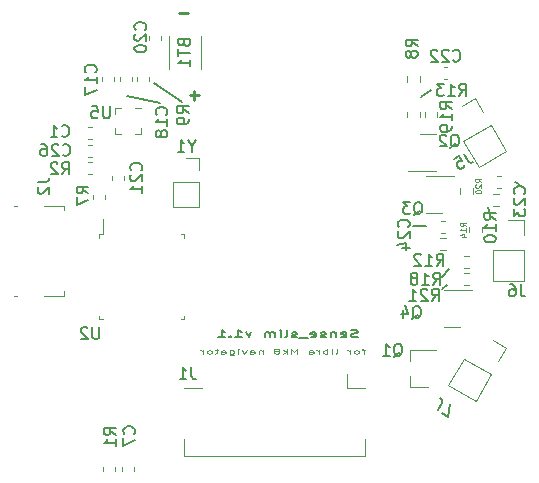
<source format=gbr>
%TF.GenerationSoftware,KiCad,Pcbnew,6.0.7-1.fc35*%
%TF.CreationDate,2022-11-05T20:30:00+01:00*%
%TF.ProjectId,sense_slim,73656e73-655f-4736-9c69-6d2e6b696361,rev?*%
%TF.SameCoordinates,Original*%
%TF.FileFunction,Legend,Bot*%
%TF.FilePolarity,Positive*%
%FSLAX46Y46*%
G04 Gerber Fmt 4.6, Leading zero omitted, Abs format (unit mm)*
G04 Created by KiCad (PCBNEW 6.0.7-1.fc35) date 2022-11-05 20:30:00*
%MOMM*%
%LPD*%
G01*
G04 APERTURE LIST*
%ADD10C,0.150000*%
%ADD11C,0.220000*%
%ADD12C,0.100000*%
%ADD13C,0.080000*%
%ADD14C,0.120000*%
G04 APERTURE END LIST*
D10*
X165000000Y-93100000D02*
X164900000Y-92800000D01*
X167200000Y-90700000D02*
X167500000Y-90800000D01*
X138950000Y-83900000D02*
X136650000Y-82250000D01*
X159200000Y-83500000D02*
X160100000Y-82900000D01*
X137150000Y-84000000D02*
X134300000Y-83400000D01*
X161000000Y-99700000D02*
X161400000Y-99400000D01*
X161000000Y-98700000D02*
X161600000Y-98000000D01*
X158500000Y-94400000D02*
X159600000Y-94400000D01*
D11*
X138769047Y-76328571D02*
X139530952Y-76328571D01*
D12*
X154500476Y-104924285D02*
X154195714Y-104924285D01*
X154386190Y-105190952D02*
X154386190Y-104848095D01*
X154348095Y-104810000D01*
X154271904Y-104790952D01*
X154195714Y-104790952D01*
X153814761Y-105190952D02*
X153890952Y-105171904D01*
X153929047Y-105152857D01*
X153967142Y-105114761D01*
X153967142Y-105000476D01*
X153929047Y-104962380D01*
X153890952Y-104943333D01*
X153814761Y-104924285D01*
X153700476Y-104924285D01*
X153624285Y-104943333D01*
X153586190Y-104962380D01*
X153548095Y-105000476D01*
X153548095Y-105114761D01*
X153586190Y-105152857D01*
X153624285Y-105171904D01*
X153700476Y-105190952D01*
X153814761Y-105190952D01*
X153205238Y-105190952D02*
X153205238Y-104924285D01*
X153205238Y-105000476D02*
X153167142Y-104962380D01*
X153129047Y-104943333D01*
X153052857Y-104924285D01*
X152976666Y-104924285D01*
X151986190Y-105190952D02*
X152062380Y-105171904D01*
X152100476Y-105133809D01*
X152100476Y-104790952D01*
X151681428Y-105190952D02*
X151681428Y-104924285D01*
X151681428Y-104790952D02*
X151719523Y-104810000D01*
X151681428Y-104829047D01*
X151643333Y-104810000D01*
X151681428Y-104790952D01*
X151681428Y-104829047D01*
X151300476Y-105190952D02*
X151300476Y-104790952D01*
X151300476Y-104943333D02*
X151224285Y-104924285D01*
X151071904Y-104924285D01*
X150995714Y-104943333D01*
X150957619Y-104962380D01*
X150919523Y-105000476D01*
X150919523Y-105114761D01*
X150957619Y-105152857D01*
X150995714Y-105171904D01*
X151071904Y-105190952D01*
X151224285Y-105190952D01*
X151300476Y-105171904D01*
X150576666Y-105190952D02*
X150576666Y-104924285D01*
X150576666Y-105000476D02*
X150538571Y-104962380D01*
X150500476Y-104943333D01*
X150424285Y-104924285D01*
X150348095Y-104924285D01*
X149738571Y-105190952D02*
X149738571Y-104981428D01*
X149776666Y-104943333D01*
X149852857Y-104924285D01*
X150005238Y-104924285D01*
X150081428Y-104943333D01*
X149738571Y-105171904D02*
X149814761Y-105190952D01*
X150005238Y-105190952D01*
X150081428Y-105171904D01*
X150119523Y-105133809D01*
X150119523Y-105095714D01*
X150081428Y-105057619D01*
X150005238Y-105038571D01*
X149814761Y-105038571D01*
X149738571Y-105019523D01*
X148748095Y-105190952D02*
X148748095Y-104790952D01*
X148481428Y-105076666D01*
X148214761Y-104790952D01*
X148214761Y-105190952D01*
X147833809Y-105190952D02*
X147833809Y-104790952D01*
X147757619Y-105038571D02*
X147529047Y-105190952D01*
X147529047Y-104924285D02*
X147833809Y-105076666D01*
X147071904Y-104962380D02*
X147148095Y-104943333D01*
X147186190Y-104924285D01*
X147224285Y-104886190D01*
X147224285Y-104867142D01*
X147186190Y-104829047D01*
X147148095Y-104810000D01*
X147071904Y-104790952D01*
X146919523Y-104790952D01*
X146843333Y-104810000D01*
X146805238Y-104829047D01*
X146767142Y-104867142D01*
X146767142Y-104886190D01*
X146805238Y-104924285D01*
X146843333Y-104943333D01*
X146919523Y-104962380D01*
X147071904Y-104962380D01*
X147148095Y-104981428D01*
X147186190Y-105000476D01*
X147224285Y-105038571D01*
X147224285Y-105114761D01*
X147186190Y-105152857D01*
X147148095Y-105171904D01*
X147071904Y-105190952D01*
X146919523Y-105190952D01*
X146843333Y-105171904D01*
X146805238Y-105152857D01*
X146767142Y-105114761D01*
X146767142Y-105038571D01*
X146805238Y-105000476D01*
X146843333Y-104981428D01*
X146919523Y-104962380D01*
X145814761Y-104924285D02*
X145814761Y-105190952D01*
X145814761Y-104962380D02*
X145776666Y-104943333D01*
X145700476Y-104924285D01*
X145586190Y-104924285D01*
X145510000Y-104943333D01*
X145471904Y-104981428D01*
X145471904Y-105190952D01*
X144748095Y-105190952D02*
X144748095Y-104981428D01*
X144786190Y-104943333D01*
X144862380Y-104924285D01*
X145014761Y-104924285D01*
X145090952Y-104943333D01*
X144748095Y-105171904D02*
X144824285Y-105190952D01*
X145014761Y-105190952D01*
X145090952Y-105171904D01*
X145129047Y-105133809D01*
X145129047Y-105095714D01*
X145090952Y-105057619D01*
X145014761Y-105038571D01*
X144824285Y-105038571D01*
X144748095Y-105019523D01*
X144443333Y-104924285D02*
X144252857Y-105190952D01*
X144062380Y-104924285D01*
X143757619Y-105190952D02*
X143757619Y-104924285D01*
X143757619Y-104790952D02*
X143795714Y-104810000D01*
X143757619Y-104829047D01*
X143719523Y-104810000D01*
X143757619Y-104790952D01*
X143757619Y-104829047D01*
X143033809Y-104924285D02*
X143033809Y-105248095D01*
X143071904Y-105286190D01*
X143110000Y-105305238D01*
X143186190Y-105324285D01*
X143300476Y-105324285D01*
X143376666Y-105305238D01*
X143033809Y-105171904D02*
X143110000Y-105190952D01*
X143262380Y-105190952D01*
X143338571Y-105171904D01*
X143376666Y-105152857D01*
X143414761Y-105114761D01*
X143414761Y-105000476D01*
X143376666Y-104962380D01*
X143338571Y-104943333D01*
X143262380Y-104924285D01*
X143110000Y-104924285D01*
X143033809Y-104943333D01*
X142310000Y-105190952D02*
X142310000Y-104981428D01*
X142348095Y-104943333D01*
X142424285Y-104924285D01*
X142576666Y-104924285D01*
X142652857Y-104943333D01*
X142310000Y-105171904D02*
X142386190Y-105190952D01*
X142576666Y-105190952D01*
X142652857Y-105171904D01*
X142690952Y-105133809D01*
X142690952Y-105095714D01*
X142652857Y-105057619D01*
X142576666Y-105038571D01*
X142386190Y-105038571D01*
X142310000Y-105019523D01*
X142043333Y-104924285D02*
X141738571Y-104924285D01*
X141929047Y-104790952D02*
X141929047Y-105133809D01*
X141890952Y-105171904D01*
X141814761Y-105190952D01*
X141738571Y-105190952D01*
X141357619Y-105190952D02*
X141433809Y-105171904D01*
X141471904Y-105152857D01*
X141510000Y-105114761D01*
X141510000Y-105000476D01*
X141471904Y-104962380D01*
X141433809Y-104943333D01*
X141357619Y-104924285D01*
X141243333Y-104924285D01*
X141167142Y-104943333D01*
X141129047Y-104962380D01*
X141090952Y-105000476D01*
X141090952Y-105114761D01*
X141129047Y-105152857D01*
X141167142Y-105171904D01*
X141243333Y-105190952D01*
X141357619Y-105190952D01*
X140748095Y-105190952D02*
X140748095Y-104924285D01*
X140748095Y-105000476D02*
X140710000Y-104962380D01*
X140671904Y-104943333D01*
X140595714Y-104924285D01*
X140519523Y-104924285D01*
D11*
X140021428Y-82919047D02*
X140021428Y-83680952D01*
X140402380Y-83300000D02*
X139640476Y-83300000D01*
D10*
X153854761Y-103762857D02*
X153711904Y-103791428D01*
X153473809Y-103791428D01*
X153378571Y-103762857D01*
X153330952Y-103734285D01*
X153283333Y-103677142D01*
X153283333Y-103620000D01*
X153330952Y-103562857D01*
X153378571Y-103534285D01*
X153473809Y-103505714D01*
X153664285Y-103477142D01*
X153759523Y-103448571D01*
X153807142Y-103420000D01*
X153854761Y-103362857D01*
X153854761Y-103305714D01*
X153807142Y-103248571D01*
X153759523Y-103220000D01*
X153664285Y-103191428D01*
X153426190Y-103191428D01*
X153283333Y-103220000D01*
X152473809Y-103762857D02*
X152569047Y-103791428D01*
X152759523Y-103791428D01*
X152854761Y-103762857D01*
X152902380Y-103705714D01*
X152902380Y-103477142D01*
X152854761Y-103420000D01*
X152759523Y-103391428D01*
X152569047Y-103391428D01*
X152473809Y-103420000D01*
X152426190Y-103477142D01*
X152426190Y-103534285D01*
X152902380Y-103591428D01*
X151997619Y-103391428D02*
X151997619Y-103791428D01*
X151997619Y-103448571D02*
X151950000Y-103420000D01*
X151854761Y-103391428D01*
X151711904Y-103391428D01*
X151616666Y-103420000D01*
X151569047Y-103477142D01*
X151569047Y-103791428D01*
X151140476Y-103762857D02*
X151045238Y-103791428D01*
X150854761Y-103791428D01*
X150759523Y-103762857D01*
X150711904Y-103705714D01*
X150711904Y-103677142D01*
X150759523Y-103620000D01*
X150854761Y-103591428D01*
X150997619Y-103591428D01*
X151092857Y-103562857D01*
X151140476Y-103505714D01*
X151140476Y-103477142D01*
X151092857Y-103420000D01*
X150997619Y-103391428D01*
X150854761Y-103391428D01*
X150759523Y-103420000D01*
X149902380Y-103762857D02*
X149997619Y-103791428D01*
X150188095Y-103791428D01*
X150283333Y-103762857D01*
X150330952Y-103705714D01*
X150330952Y-103477142D01*
X150283333Y-103420000D01*
X150188095Y-103391428D01*
X149997619Y-103391428D01*
X149902380Y-103420000D01*
X149854761Y-103477142D01*
X149854761Y-103534285D01*
X150330952Y-103591428D01*
X149664285Y-103848571D02*
X148902380Y-103848571D01*
X148711904Y-103762857D02*
X148616666Y-103791428D01*
X148426190Y-103791428D01*
X148330952Y-103762857D01*
X148283333Y-103705714D01*
X148283333Y-103677142D01*
X148330952Y-103620000D01*
X148426190Y-103591428D01*
X148569047Y-103591428D01*
X148664285Y-103562857D01*
X148711904Y-103505714D01*
X148711904Y-103477142D01*
X148664285Y-103420000D01*
X148569047Y-103391428D01*
X148426190Y-103391428D01*
X148330952Y-103420000D01*
X147711904Y-103791428D02*
X147807142Y-103762857D01*
X147854761Y-103705714D01*
X147854761Y-103191428D01*
X147330952Y-103791428D02*
X147330952Y-103391428D01*
X147330952Y-103191428D02*
X147378571Y-103220000D01*
X147330952Y-103248571D01*
X147283333Y-103220000D01*
X147330952Y-103191428D01*
X147330952Y-103248571D01*
X146854761Y-103791428D02*
X146854761Y-103391428D01*
X146854761Y-103448571D02*
X146807142Y-103420000D01*
X146711904Y-103391428D01*
X146569047Y-103391428D01*
X146473809Y-103420000D01*
X146426190Y-103477142D01*
X146426190Y-103791428D01*
X146426190Y-103477142D02*
X146378571Y-103420000D01*
X146283333Y-103391428D01*
X146140476Y-103391428D01*
X146045238Y-103420000D01*
X145997619Y-103477142D01*
X145997619Y-103791428D01*
X144854761Y-103391428D02*
X144616666Y-103791428D01*
X144378571Y-103391428D01*
X143473809Y-103791428D02*
X144045238Y-103791428D01*
X143759523Y-103791428D02*
X143759523Y-103191428D01*
X143854761Y-103277142D01*
X143950000Y-103334285D01*
X144045238Y-103362857D01*
X143045238Y-103734285D02*
X142997619Y-103762857D01*
X143045238Y-103791428D01*
X143092857Y-103762857D01*
X143045238Y-103734285D01*
X143045238Y-103791428D01*
X142045238Y-103791428D02*
X142616666Y-103791428D01*
X142330952Y-103791428D02*
X142330952Y-103191428D01*
X142426190Y-103277142D01*
X142521428Y-103334285D01*
X142616666Y-103362857D01*
%TO.C,R1*%
X133372380Y-112073333D02*
X132896190Y-111740000D01*
X133372380Y-111501904D02*
X132372380Y-111501904D01*
X132372380Y-111882857D01*
X132420000Y-111978095D01*
X132467619Y-112025714D01*
X132562857Y-112073333D01*
X132705714Y-112073333D01*
X132800952Y-112025714D01*
X132848571Y-111978095D01*
X132896190Y-111882857D01*
X132896190Y-111501904D01*
X133372380Y-113025714D02*
X133372380Y-112454285D01*
X133372380Y-112740000D02*
X132372380Y-112740000D01*
X132515238Y-112644761D01*
X132610476Y-112549523D01*
X132658095Y-112454285D01*
%TO.C,C26*%
X128892857Y-88357142D02*
X128940476Y-88404761D01*
X129083333Y-88452380D01*
X129178571Y-88452380D01*
X129321428Y-88404761D01*
X129416666Y-88309523D01*
X129464285Y-88214285D01*
X129511904Y-88023809D01*
X129511904Y-87880952D01*
X129464285Y-87690476D01*
X129416666Y-87595238D01*
X129321428Y-87500000D01*
X129178571Y-87452380D01*
X129083333Y-87452380D01*
X128940476Y-87500000D01*
X128892857Y-87547619D01*
X128511904Y-87547619D02*
X128464285Y-87500000D01*
X128369047Y-87452380D01*
X128130952Y-87452380D01*
X128035714Y-87500000D01*
X127988095Y-87547619D01*
X127940476Y-87642857D01*
X127940476Y-87738095D01*
X127988095Y-87880952D01*
X128559523Y-88452380D01*
X127940476Y-88452380D01*
X127083333Y-87452380D02*
X127273809Y-87452380D01*
X127369047Y-87500000D01*
X127416666Y-87547619D01*
X127511904Y-87690476D01*
X127559523Y-87880952D01*
X127559523Y-88261904D01*
X127511904Y-88357142D01*
X127464285Y-88404761D01*
X127369047Y-88452380D01*
X127178571Y-88452380D01*
X127083333Y-88404761D01*
X127035714Y-88357142D01*
X126988095Y-88261904D01*
X126988095Y-88023809D01*
X127035714Y-87928571D01*
X127083333Y-87880952D01*
X127178571Y-87833333D01*
X127369047Y-87833333D01*
X127464285Y-87880952D01*
X127511904Y-87928571D01*
X127559523Y-88023809D01*
%TO.C,C23*%
X167957142Y-91657142D02*
X168004761Y-91609523D01*
X168052380Y-91466666D01*
X168052380Y-91371428D01*
X168004761Y-91228571D01*
X167909523Y-91133333D01*
X167814285Y-91085714D01*
X167623809Y-91038095D01*
X167480952Y-91038095D01*
X167290476Y-91085714D01*
X167195238Y-91133333D01*
X167100000Y-91228571D01*
X167052380Y-91371428D01*
X167052380Y-91466666D01*
X167100000Y-91609523D01*
X167147619Y-91657142D01*
X167147619Y-92038095D02*
X167100000Y-92085714D01*
X167052380Y-92180952D01*
X167052380Y-92419047D01*
X167100000Y-92514285D01*
X167147619Y-92561904D01*
X167242857Y-92609523D01*
X167338095Y-92609523D01*
X167480952Y-92561904D01*
X168052380Y-91990476D01*
X168052380Y-92609523D01*
X167052380Y-92942857D02*
X167052380Y-93561904D01*
X167433333Y-93228571D01*
X167433333Y-93371428D01*
X167480952Y-93466666D01*
X167528571Y-93514285D01*
X167623809Y-93561904D01*
X167861904Y-93561904D01*
X167957142Y-93514285D01*
X168004761Y-93466666D01*
X168052380Y-93371428D01*
X168052380Y-93085714D01*
X168004761Y-92990476D01*
X167957142Y-92942857D01*
%TO.C,C17*%
X131657142Y-81357142D02*
X131704761Y-81309523D01*
X131752380Y-81166666D01*
X131752380Y-81071428D01*
X131704761Y-80928571D01*
X131609523Y-80833333D01*
X131514285Y-80785714D01*
X131323809Y-80738095D01*
X131180952Y-80738095D01*
X130990476Y-80785714D01*
X130895238Y-80833333D01*
X130800000Y-80928571D01*
X130752380Y-81071428D01*
X130752380Y-81166666D01*
X130800000Y-81309523D01*
X130847619Y-81357142D01*
X131752380Y-82309523D02*
X131752380Y-81738095D01*
X131752380Y-82023809D02*
X130752380Y-82023809D01*
X130895238Y-81928571D01*
X130990476Y-81833333D01*
X131038095Y-81738095D01*
X130752380Y-82642857D02*
X130752380Y-83309523D01*
X131752380Y-82880952D01*
%TO.C,R13*%
X162442857Y-83352380D02*
X162776190Y-82876190D01*
X163014285Y-83352380D02*
X163014285Y-82352380D01*
X162633333Y-82352380D01*
X162538095Y-82400000D01*
X162490476Y-82447619D01*
X162442857Y-82542857D01*
X162442857Y-82685714D01*
X162490476Y-82780952D01*
X162538095Y-82828571D01*
X162633333Y-82876190D01*
X163014285Y-82876190D01*
X161490476Y-83352380D02*
X162061904Y-83352380D01*
X161776190Y-83352380D02*
X161776190Y-82352380D01*
X161871428Y-82495238D01*
X161966666Y-82590476D01*
X162061904Y-82638095D01*
X161157142Y-82352380D02*
X160538095Y-82352380D01*
X160871428Y-82733333D01*
X160728571Y-82733333D01*
X160633333Y-82780952D01*
X160585714Y-82828571D01*
X160538095Y-82923809D01*
X160538095Y-83161904D01*
X160585714Y-83257142D01*
X160633333Y-83304761D01*
X160728571Y-83352380D01*
X161014285Y-83352380D01*
X161109523Y-83304761D01*
X161157142Y-83257142D01*
%TO.C,J6*%
X167653335Y-99340835D02*
X167653335Y-100055121D01*
X167700954Y-100197978D01*
X167796192Y-100293216D01*
X167939049Y-100340835D01*
X168034287Y-100340835D01*
X166748573Y-99340835D02*
X166939049Y-99340835D01*
X167034287Y-99388455D01*
X167081906Y-99436074D01*
X167177144Y-99578931D01*
X167224763Y-99769407D01*
X167224763Y-100150359D01*
X167177144Y-100245597D01*
X167129525Y-100293216D01*
X167034287Y-100340835D01*
X166843811Y-100340835D01*
X166748573Y-100293216D01*
X166700954Y-100245597D01*
X166653335Y-100150359D01*
X166653335Y-99912264D01*
X166700954Y-99817026D01*
X166748573Y-99769407D01*
X166843811Y-99721788D01*
X167034287Y-99721788D01*
X167129525Y-99769407D01*
X167177144Y-99817026D01*
X167224763Y-99912264D01*
%TO.C,C18*%
X137657142Y-84957142D02*
X137704761Y-84909523D01*
X137752380Y-84766666D01*
X137752380Y-84671428D01*
X137704761Y-84528571D01*
X137609523Y-84433333D01*
X137514285Y-84385714D01*
X137323809Y-84338095D01*
X137180952Y-84338095D01*
X136990476Y-84385714D01*
X136895238Y-84433333D01*
X136800000Y-84528571D01*
X136752380Y-84671428D01*
X136752380Y-84766666D01*
X136800000Y-84909523D01*
X136847619Y-84957142D01*
X137752380Y-85909523D02*
X137752380Y-85338095D01*
X137752380Y-85623809D02*
X136752380Y-85623809D01*
X136895238Y-85528571D01*
X136990476Y-85433333D01*
X137038095Y-85338095D01*
X137180952Y-86480952D02*
X137133333Y-86385714D01*
X137085714Y-86338095D01*
X136990476Y-86290476D01*
X136942857Y-86290476D01*
X136847619Y-86338095D01*
X136800000Y-86385714D01*
X136752380Y-86480952D01*
X136752380Y-86671428D01*
X136800000Y-86766666D01*
X136847619Y-86814285D01*
X136942857Y-86861904D01*
X136990476Y-86861904D01*
X137085714Y-86814285D01*
X137133333Y-86766666D01*
X137180952Y-86671428D01*
X137180952Y-86480952D01*
X137228571Y-86385714D01*
X137276190Y-86338095D01*
X137371428Y-86290476D01*
X137561904Y-86290476D01*
X137657142Y-86338095D01*
X137704761Y-86385714D01*
X137752380Y-86480952D01*
X137752380Y-86671428D01*
X137704761Y-86766666D01*
X137657142Y-86814285D01*
X137561904Y-86861904D01*
X137371428Y-86861904D01*
X137276190Y-86814285D01*
X137228571Y-86766666D01*
X137180952Y-86671428D01*
%TO.C,R18*%
X160242857Y-99352380D02*
X160576190Y-98876190D01*
X160814285Y-99352380D02*
X160814285Y-98352380D01*
X160433333Y-98352380D01*
X160338095Y-98400000D01*
X160290476Y-98447619D01*
X160242857Y-98542857D01*
X160242857Y-98685714D01*
X160290476Y-98780952D01*
X160338095Y-98828571D01*
X160433333Y-98876190D01*
X160814285Y-98876190D01*
X159290476Y-99352380D02*
X159861904Y-99352380D01*
X159576190Y-99352380D02*
X159576190Y-98352380D01*
X159671428Y-98495238D01*
X159766666Y-98590476D01*
X159861904Y-98638095D01*
X158719047Y-98780952D02*
X158814285Y-98733333D01*
X158861904Y-98685714D01*
X158909523Y-98590476D01*
X158909523Y-98542857D01*
X158861904Y-98447619D01*
X158814285Y-98400000D01*
X158719047Y-98352380D01*
X158528571Y-98352380D01*
X158433333Y-98400000D01*
X158385714Y-98447619D01*
X158338095Y-98542857D01*
X158338095Y-98590476D01*
X158385714Y-98685714D01*
X158433333Y-98733333D01*
X158528571Y-98780952D01*
X158719047Y-98780952D01*
X158814285Y-98828571D01*
X158861904Y-98876190D01*
X158909523Y-98971428D01*
X158909523Y-99161904D01*
X158861904Y-99257142D01*
X158814285Y-99304761D01*
X158719047Y-99352380D01*
X158528571Y-99352380D01*
X158433333Y-99304761D01*
X158385714Y-99257142D01*
X158338095Y-99161904D01*
X158338095Y-98971428D01*
X158385714Y-98876190D01*
X158433333Y-98828571D01*
X158528571Y-98780952D01*
D13*
%TO.C,R20*%
X164326190Y-90678571D02*
X164088095Y-90511904D01*
X164326190Y-90392857D02*
X163826190Y-90392857D01*
X163826190Y-90583333D01*
X163850000Y-90630952D01*
X163873809Y-90654761D01*
X163921428Y-90678571D01*
X163992857Y-90678571D01*
X164040476Y-90654761D01*
X164064285Y-90630952D01*
X164088095Y-90583333D01*
X164088095Y-90392857D01*
X163873809Y-90869047D02*
X163850000Y-90892857D01*
X163826190Y-90940476D01*
X163826190Y-91059523D01*
X163850000Y-91107142D01*
X163873809Y-91130952D01*
X163921428Y-91154761D01*
X163969047Y-91154761D01*
X164040476Y-91130952D01*
X164326190Y-90845238D01*
X164326190Y-91154761D01*
X163826190Y-91464285D02*
X163826190Y-91511904D01*
X163850000Y-91559523D01*
X163873809Y-91583333D01*
X163921428Y-91607142D01*
X164016666Y-91630952D01*
X164135714Y-91630952D01*
X164230952Y-91607142D01*
X164278571Y-91583333D01*
X164302380Y-91559523D01*
X164326190Y-91511904D01*
X164326190Y-91464285D01*
X164302380Y-91416666D01*
X164278571Y-91392857D01*
X164230952Y-91369047D01*
X164135714Y-91345238D01*
X164016666Y-91345238D01*
X163921428Y-91369047D01*
X163873809Y-91392857D01*
X163850000Y-91416666D01*
X163826190Y-91464285D01*
D10*
%TO.C,C22*%
X161932857Y-80367142D02*
X161980476Y-80414761D01*
X162123333Y-80462380D01*
X162218571Y-80462380D01*
X162361428Y-80414761D01*
X162456666Y-80319523D01*
X162504285Y-80224285D01*
X162551904Y-80033809D01*
X162551904Y-79890952D01*
X162504285Y-79700476D01*
X162456666Y-79605238D01*
X162361428Y-79510000D01*
X162218571Y-79462380D01*
X162123333Y-79462380D01*
X161980476Y-79510000D01*
X161932857Y-79557619D01*
X161551904Y-79557619D02*
X161504285Y-79510000D01*
X161409047Y-79462380D01*
X161170952Y-79462380D01*
X161075714Y-79510000D01*
X161028095Y-79557619D01*
X160980476Y-79652857D01*
X160980476Y-79748095D01*
X161028095Y-79890952D01*
X161599523Y-80462380D01*
X160980476Y-80462380D01*
X160599523Y-79557619D02*
X160551904Y-79510000D01*
X160456666Y-79462380D01*
X160218571Y-79462380D01*
X160123333Y-79510000D01*
X160075714Y-79557619D01*
X160028095Y-79652857D01*
X160028095Y-79748095D01*
X160075714Y-79890952D01*
X160647142Y-80462380D01*
X160028095Y-80462380D01*
%TO.C,R19*%
X161822382Y-84495597D02*
X161346192Y-84162264D01*
X161822382Y-83924169D02*
X160822382Y-83924169D01*
X160822382Y-84305121D01*
X160870002Y-84400359D01*
X160917621Y-84447978D01*
X161012859Y-84495597D01*
X161155716Y-84495597D01*
X161250954Y-84447978D01*
X161298573Y-84400359D01*
X161346192Y-84305121D01*
X161346192Y-83924169D01*
X161822382Y-85447978D02*
X161822382Y-84876550D01*
X161822382Y-85162264D02*
X160822382Y-85162264D01*
X160965240Y-85067026D01*
X161060478Y-84971788D01*
X161108097Y-84876550D01*
X161822382Y-85924169D02*
X161822382Y-86114645D01*
X161774763Y-86209883D01*
X161727144Y-86257502D01*
X161584287Y-86352740D01*
X161393811Y-86400359D01*
X161012859Y-86400359D01*
X160917621Y-86352740D01*
X160870002Y-86305121D01*
X160822382Y-86209883D01*
X160822382Y-86019407D01*
X160870002Y-85924169D01*
X160917621Y-85876550D01*
X161012859Y-85828931D01*
X161250954Y-85828931D01*
X161346192Y-85876550D01*
X161393811Y-85924169D01*
X161441430Y-86019407D01*
X161441430Y-86209883D01*
X161393811Y-86305121D01*
X161346192Y-86352740D01*
X161250954Y-86400359D01*
%TO.C,Q4*%
X158475236Y-102259164D02*
X158570474Y-102211545D01*
X158665712Y-102116306D01*
X158808569Y-101973449D01*
X158903807Y-101925830D01*
X158999045Y-101925830D01*
X158951426Y-102163925D02*
X159046664Y-102116306D01*
X159141902Y-102021068D01*
X159189521Y-101830592D01*
X159189521Y-101497259D01*
X159141902Y-101306783D01*
X159046664Y-101211545D01*
X158951426Y-101163925D01*
X158760950Y-101163925D01*
X158665712Y-101211545D01*
X158570474Y-101306783D01*
X158522855Y-101497259D01*
X158522855Y-101830592D01*
X158570474Y-102021068D01*
X158665712Y-102116306D01*
X158760950Y-102163925D01*
X158951426Y-102163925D01*
X157665712Y-101497259D02*
X157665712Y-102163925D01*
X157903807Y-101116306D02*
X158141902Y-101830592D01*
X157522855Y-101830592D01*
%TO.C,R2*%
X128816666Y-90002380D02*
X129150000Y-89526190D01*
X129388095Y-90002380D02*
X129388095Y-89002380D01*
X129007142Y-89002380D01*
X128911904Y-89050000D01*
X128864285Y-89097619D01*
X128816666Y-89192857D01*
X128816666Y-89335714D01*
X128864285Y-89430952D01*
X128911904Y-89478571D01*
X129007142Y-89526190D01*
X129388095Y-89526190D01*
X128435714Y-89097619D02*
X128388095Y-89050000D01*
X128292857Y-89002380D01*
X128054761Y-89002380D01*
X127959523Y-89050000D01*
X127911904Y-89097619D01*
X127864285Y-89192857D01*
X127864285Y-89288095D01*
X127911904Y-89430952D01*
X128483333Y-90002380D01*
X127864285Y-90002380D01*
%TO.C,U2*%
X131961904Y-102952380D02*
X131961904Y-103761904D01*
X131914285Y-103857142D01*
X131866666Y-103904761D01*
X131771428Y-103952380D01*
X131580952Y-103952380D01*
X131485714Y-103904761D01*
X131438095Y-103857142D01*
X131390476Y-103761904D01*
X131390476Y-102952380D01*
X130961904Y-103047619D02*
X130914285Y-103000000D01*
X130819047Y-102952380D01*
X130580952Y-102952380D01*
X130485714Y-103000000D01*
X130438095Y-103047619D01*
X130390476Y-103142857D01*
X130390476Y-103238095D01*
X130438095Y-103380952D01*
X131009523Y-103952380D01*
X130390476Y-103952380D01*
%TO.C,R7*%
X131052380Y-91633333D02*
X130576190Y-91300000D01*
X131052380Y-91061904D02*
X130052380Y-91061904D01*
X130052380Y-91442857D01*
X130100000Y-91538095D01*
X130147619Y-91585714D01*
X130242857Y-91633333D01*
X130385714Y-91633333D01*
X130480952Y-91585714D01*
X130528571Y-91538095D01*
X130576190Y-91442857D01*
X130576190Y-91061904D01*
X130052380Y-91966666D02*
X130052380Y-92633333D01*
X131052380Y-92204761D01*
%TO.C,J1*%
X139773335Y-106350835D02*
X139773335Y-107065121D01*
X139820954Y-107207978D01*
X139916192Y-107303216D01*
X140059049Y-107350835D01*
X140154287Y-107350835D01*
X138773335Y-107350835D02*
X139344763Y-107350835D01*
X139059049Y-107350835D02*
X139059049Y-106350835D01*
X139154287Y-106493693D01*
X139249525Y-106588931D01*
X139344763Y-106636550D01*
%TO.C,Q3*%
X158595238Y-93447619D02*
X158690476Y-93400000D01*
X158785714Y-93304761D01*
X158928571Y-93161904D01*
X159023809Y-93114285D01*
X159119047Y-93114285D01*
X159071428Y-93352380D02*
X159166666Y-93304761D01*
X159261904Y-93209523D01*
X159309523Y-93019047D01*
X159309523Y-92685714D01*
X159261904Y-92495238D01*
X159166666Y-92400000D01*
X159071428Y-92352380D01*
X158880952Y-92352380D01*
X158785714Y-92400000D01*
X158690476Y-92495238D01*
X158642857Y-92685714D01*
X158642857Y-93019047D01*
X158690476Y-93209523D01*
X158785714Y-93304761D01*
X158880952Y-93352380D01*
X159071428Y-93352380D01*
X158309523Y-92352380D02*
X157690476Y-92352380D01*
X158023809Y-92733333D01*
X157880952Y-92733333D01*
X157785714Y-92780952D01*
X157738095Y-92828571D01*
X157690476Y-92923809D01*
X157690476Y-93161904D01*
X157738095Y-93257142D01*
X157785714Y-93304761D01*
X157880952Y-93352380D01*
X158166666Y-93352380D01*
X158261904Y-93304761D01*
X158309523Y-93257142D01*
%TO.C,R9*%
X139552380Y-84833333D02*
X139076190Y-84500000D01*
X139552380Y-84261904D02*
X138552380Y-84261904D01*
X138552380Y-84642857D01*
X138600000Y-84738095D01*
X138647619Y-84785714D01*
X138742857Y-84833333D01*
X138885714Y-84833333D01*
X138980952Y-84785714D01*
X139028571Y-84738095D01*
X139076190Y-84642857D01*
X139076190Y-84261904D01*
X139552380Y-85309523D02*
X139552380Y-85500000D01*
X139504761Y-85595238D01*
X139457142Y-85642857D01*
X139314285Y-85738095D01*
X139123809Y-85785714D01*
X138742857Y-85785714D01*
X138647619Y-85738095D01*
X138600000Y-85690476D01*
X138552380Y-85595238D01*
X138552380Y-85404761D01*
X138600000Y-85309523D01*
X138647619Y-85261904D01*
X138742857Y-85214285D01*
X138980952Y-85214285D01*
X139076190Y-85261904D01*
X139123809Y-85309523D01*
X139171428Y-85404761D01*
X139171428Y-85595238D01*
X139123809Y-85690476D01*
X139076190Y-85738095D01*
X138980952Y-85785714D01*
%TO.C,R21*%
X160142857Y-100713925D02*
X160476190Y-100237735D01*
X160714285Y-100713925D02*
X160714285Y-99713925D01*
X160333333Y-99713925D01*
X160238095Y-99761545D01*
X160190476Y-99809164D01*
X160142857Y-99904402D01*
X160142857Y-100047259D01*
X160190476Y-100142497D01*
X160238095Y-100190116D01*
X160333333Y-100237735D01*
X160714285Y-100237735D01*
X159761904Y-99809164D02*
X159714285Y-99761545D01*
X159619047Y-99713925D01*
X159380952Y-99713925D01*
X159285714Y-99761545D01*
X159238095Y-99809164D01*
X159190476Y-99904402D01*
X159190476Y-99999640D01*
X159238095Y-100142497D01*
X159809523Y-100713925D01*
X159190476Y-100713925D01*
X158238095Y-100713925D02*
X158809523Y-100713925D01*
X158523809Y-100713925D02*
X158523809Y-99713925D01*
X158619047Y-99856783D01*
X158714285Y-99952021D01*
X158809523Y-99999640D01*
%TO.C,J7*%
X160637515Y-110007585D02*
X160994658Y-109388995D01*
X161024847Y-109241468D01*
X160989987Y-109111370D01*
X160890079Y-108998702D01*
X160807600Y-108951083D01*
X160967429Y-110198061D02*
X161544780Y-110531394D01*
X161673626Y-109451083D01*
%TO.C,C24*%
X158157142Y-94457142D02*
X158204761Y-94409523D01*
X158252380Y-94266666D01*
X158252380Y-94171428D01*
X158204761Y-94028571D01*
X158109523Y-93933333D01*
X158014285Y-93885714D01*
X157823809Y-93838095D01*
X157680952Y-93838095D01*
X157490476Y-93885714D01*
X157395238Y-93933333D01*
X157300000Y-94028571D01*
X157252380Y-94171428D01*
X157252380Y-94266666D01*
X157300000Y-94409523D01*
X157347619Y-94457142D01*
X157347619Y-94838095D02*
X157300000Y-94885714D01*
X157252380Y-94980952D01*
X157252380Y-95219047D01*
X157300000Y-95314285D01*
X157347619Y-95361904D01*
X157442857Y-95409523D01*
X157538095Y-95409523D01*
X157680952Y-95361904D01*
X158252380Y-94790476D01*
X158252380Y-95409523D01*
X157585714Y-96266666D02*
X158252380Y-96266666D01*
X157204761Y-96028571D02*
X157919047Y-95790476D01*
X157919047Y-96409523D01*
%TO.C,U5*%
X132861904Y-84252380D02*
X132861904Y-85061904D01*
X132814285Y-85157142D01*
X132766666Y-85204761D01*
X132671428Y-85252380D01*
X132480952Y-85252380D01*
X132385714Y-85204761D01*
X132338095Y-85157142D01*
X132290476Y-85061904D01*
X132290476Y-84252380D01*
X131338095Y-84252380D02*
X131814285Y-84252380D01*
X131861904Y-84728571D01*
X131814285Y-84680952D01*
X131719047Y-84633333D01*
X131480952Y-84633333D01*
X131385714Y-84680952D01*
X131338095Y-84728571D01*
X131290476Y-84823809D01*
X131290476Y-85061904D01*
X131338095Y-85157142D01*
X131385714Y-85204761D01*
X131480952Y-85252380D01*
X131719047Y-85252380D01*
X131814285Y-85204761D01*
X131861904Y-85157142D01*
%TO.C,J2*%
X126752380Y-90666666D02*
X127466666Y-90666666D01*
X127609523Y-90619047D01*
X127704761Y-90523809D01*
X127752380Y-90380952D01*
X127752380Y-90285714D01*
X126847619Y-91095238D02*
X126800000Y-91142857D01*
X126752380Y-91238095D01*
X126752380Y-91476190D01*
X126800000Y-91571428D01*
X126847619Y-91619047D01*
X126942857Y-91666666D01*
X127038095Y-91666666D01*
X127180952Y-91619047D01*
X127752380Y-91047619D01*
X127752380Y-91666666D01*
%TO.C,Q1*%
X156895238Y-105447619D02*
X156990476Y-105400000D01*
X157085714Y-105304761D01*
X157228571Y-105161904D01*
X157323809Y-105114285D01*
X157419047Y-105114285D01*
X157371428Y-105352380D02*
X157466666Y-105304761D01*
X157561904Y-105209523D01*
X157609523Y-105019047D01*
X157609523Y-104685714D01*
X157561904Y-104495238D01*
X157466666Y-104400000D01*
X157371428Y-104352380D01*
X157180952Y-104352380D01*
X157085714Y-104400000D01*
X156990476Y-104495238D01*
X156942857Y-104685714D01*
X156942857Y-105019047D01*
X156990476Y-105209523D01*
X157085714Y-105304761D01*
X157180952Y-105352380D01*
X157371428Y-105352380D01*
X155990476Y-105352380D02*
X156561904Y-105352380D01*
X156276190Y-105352380D02*
X156276190Y-104352380D01*
X156371428Y-104495238D01*
X156466666Y-104590476D01*
X156561904Y-104638095D01*
%TO.C,BT1*%
X139128571Y-78914285D02*
X139176190Y-79057142D01*
X139223809Y-79104761D01*
X139319047Y-79152380D01*
X139461904Y-79152380D01*
X139557142Y-79104761D01*
X139604761Y-79057142D01*
X139652380Y-78961904D01*
X139652380Y-78580952D01*
X138652380Y-78580952D01*
X138652380Y-78914285D01*
X138700000Y-79009523D01*
X138747619Y-79057142D01*
X138842857Y-79104761D01*
X138938095Y-79104761D01*
X139033333Y-79057142D01*
X139080952Y-79009523D01*
X139128571Y-78914285D01*
X139128571Y-78580952D01*
X138652380Y-79438095D02*
X138652380Y-80009523D01*
X139652380Y-79723809D02*
X138652380Y-79723809D01*
X139652380Y-80866666D02*
X139652380Y-80295238D01*
X139652380Y-80580952D02*
X138652380Y-80580952D01*
X138795238Y-80485714D01*
X138890476Y-80390476D01*
X138938095Y-80295238D01*
%TO.C,C20*%
X135857142Y-77757142D02*
X135904761Y-77709523D01*
X135952380Y-77566666D01*
X135952380Y-77471428D01*
X135904761Y-77328571D01*
X135809523Y-77233333D01*
X135714285Y-77185714D01*
X135523809Y-77138095D01*
X135380952Y-77138095D01*
X135190476Y-77185714D01*
X135095238Y-77233333D01*
X135000000Y-77328571D01*
X134952380Y-77471428D01*
X134952380Y-77566666D01*
X135000000Y-77709523D01*
X135047619Y-77757142D01*
X135047619Y-78138095D02*
X135000000Y-78185714D01*
X134952380Y-78280952D01*
X134952380Y-78519047D01*
X135000000Y-78614285D01*
X135047619Y-78661904D01*
X135142857Y-78709523D01*
X135238095Y-78709523D01*
X135380952Y-78661904D01*
X135952380Y-78090476D01*
X135952380Y-78709523D01*
X134952380Y-79328571D02*
X134952380Y-79423809D01*
X135000000Y-79519047D01*
X135047619Y-79566666D01*
X135142857Y-79614285D01*
X135333333Y-79661904D01*
X135571428Y-79661904D01*
X135761904Y-79614285D01*
X135857142Y-79566666D01*
X135904761Y-79519047D01*
X135952380Y-79423809D01*
X135952380Y-79328571D01*
X135904761Y-79233333D01*
X135857142Y-79185714D01*
X135761904Y-79138095D01*
X135571428Y-79090476D01*
X135333333Y-79090476D01*
X135142857Y-79138095D01*
X135047619Y-79185714D01*
X135000000Y-79233333D01*
X134952380Y-79328571D01*
%TO.C,J5*%
X162818053Y-88259081D02*
X163175196Y-88877670D01*
X163287864Y-88977579D01*
X163417962Y-89012438D01*
X163565489Y-88982249D01*
X163647968Y-88934630D01*
X161993267Y-88735271D02*
X162405660Y-88497176D01*
X162684995Y-88885760D01*
X162619946Y-88868330D01*
X162513658Y-88874710D01*
X162307461Y-88993757D01*
X162248792Y-89082616D01*
X162231362Y-89147664D01*
X162237742Y-89253952D01*
X162356790Y-89460149D01*
X162445648Y-89518818D01*
X162510697Y-89536248D01*
X162616985Y-89529868D01*
X162823181Y-89410821D01*
X162881851Y-89321962D01*
X162899280Y-89256913D01*
%TO.C,R8*%
X158922382Y-79171788D02*
X158446192Y-78838455D01*
X158922382Y-78600359D02*
X157922382Y-78600359D01*
X157922382Y-78981312D01*
X157970002Y-79076550D01*
X158017621Y-79124169D01*
X158112859Y-79171788D01*
X158255716Y-79171788D01*
X158350954Y-79124169D01*
X158398573Y-79076550D01*
X158446192Y-78981312D01*
X158446192Y-78600359D01*
X158350954Y-79743216D02*
X158303335Y-79647978D01*
X158255716Y-79600359D01*
X158160478Y-79552740D01*
X158112859Y-79552740D01*
X158017621Y-79600359D01*
X157970002Y-79647978D01*
X157922382Y-79743216D01*
X157922382Y-79933693D01*
X157970002Y-80028931D01*
X158017621Y-80076550D01*
X158112859Y-80124169D01*
X158160478Y-80124169D01*
X158255716Y-80076550D01*
X158303335Y-80028931D01*
X158350954Y-79933693D01*
X158350954Y-79743216D01*
X158398573Y-79647978D01*
X158446192Y-79600359D01*
X158541430Y-79552740D01*
X158731906Y-79552740D01*
X158827144Y-79600359D01*
X158874763Y-79647978D01*
X158922382Y-79743216D01*
X158922382Y-79933693D01*
X158874763Y-80028931D01*
X158827144Y-80076550D01*
X158731906Y-80124169D01*
X158541430Y-80124169D01*
X158446192Y-80076550D01*
X158398573Y-80028931D01*
X158350954Y-79933693D01*
%TO.C,C21*%
X135507142Y-89657142D02*
X135554761Y-89609523D01*
X135602380Y-89466666D01*
X135602380Y-89371428D01*
X135554761Y-89228571D01*
X135459523Y-89133333D01*
X135364285Y-89085714D01*
X135173809Y-89038095D01*
X135030952Y-89038095D01*
X134840476Y-89085714D01*
X134745238Y-89133333D01*
X134650000Y-89228571D01*
X134602380Y-89371428D01*
X134602380Y-89466666D01*
X134650000Y-89609523D01*
X134697619Y-89657142D01*
X134697619Y-90038095D02*
X134650000Y-90085714D01*
X134602380Y-90180952D01*
X134602380Y-90419047D01*
X134650000Y-90514285D01*
X134697619Y-90561904D01*
X134792857Y-90609523D01*
X134888095Y-90609523D01*
X135030952Y-90561904D01*
X135602380Y-89990476D01*
X135602380Y-90609523D01*
X135602380Y-91561904D02*
X135602380Y-90990476D01*
X135602380Y-91276190D02*
X134602380Y-91276190D01*
X134745238Y-91180952D01*
X134840476Y-91085714D01*
X134888095Y-90990476D01*
%TO.C,R12*%
X160542857Y-97752380D02*
X160876190Y-97276190D01*
X161114285Y-97752380D02*
X161114285Y-96752380D01*
X160733333Y-96752380D01*
X160638095Y-96800000D01*
X160590476Y-96847619D01*
X160542857Y-96942857D01*
X160542857Y-97085714D01*
X160590476Y-97180952D01*
X160638095Y-97228571D01*
X160733333Y-97276190D01*
X161114285Y-97276190D01*
X159590476Y-97752380D02*
X160161904Y-97752380D01*
X159876190Y-97752380D02*
X159876190Y-96752380D01*
X159971428Y-96895238D01*
X160066666Y-96990476D01*
X160161904Y-97038095D01*
X159209523Y-96847619D02*
X159161904Y-96800000D01*
X159066666Y-96752380D01*
X158828571Y-96752380D01*
X158733333Y-96800000D01*
X158685714Y-96847619D01*
X158638095Y-96942857D01*
X158638095Y-97038095D01*
X158685714Y-97180952D01*
X159257142Y-97752380D01*
X158638095Y-97752380D01*
%TO.C,C7*%
X134917142Y-111973333D02*
X134964761Y-111925714D01*
X135012380Y-111782857D01*
X135012380Y-111687619D01*
X134964761Y-111544761D01*
X134869523Y-111449523D01*
X134774285Y-111401904D01*
X134583809Y-111354285D01*
X134440952Y-111354285D01*
X134250476Y-111401904D01*
X134155238Y-111449523D01*
X134060000Y-111544761D01*
X134012380Y-111687619D01*
X134012380Y-111782857D01*
X134060000Y-111925714D01*
X134107619Y-111973333D01*
X134012380Y-112306666D02*
X134012380Y-112973333D01*
X135012380Y-112544761D01*
%TO.C,Q2*%
X161695238Y-87747619D02*
X161790476Y-87700000D01*
X161885714Y-87604761D01*
X162028571Y-87461904D01*
X162123809Y-87414285D01*
X162219047Y-87414285D01*
X162171428Y-87652380D02*
X162266666Y-87604761D01*
X162361904Y-87509523D01*
X162409523Y-87319047D01*
X162409523Y-86985714D01*
X162361904Y-86795238D01*
X162266666Y-86700000D01*
X162171428Y-86652380D01*
X161980952Y-86652380D01*
X161885714Y-86700000D01*
X161790476Y-86795238D01*
X161742857Y-86985714D01*
X161742857Y-87319047D01*
X161790476Y-87509523D01*
X161885714Y-87604761D01*
X161980952Y-87652380D01*
X162171428Y-87652380D01*
X161361904Y-86747619D02*
X161314285Y-86700000D01*
X161219047Y-86652380D01*
X160980952Y-86652380D01*
X160885714Y-86700000D01*
X160838095Y-86747619D01*
X160790476Y-86842857D01*
X160790476Y-86938095D01*
X160838095Y-87080952D01*
X161409523Y-87652380D01*
X160790476Y-87652380D01*
%TO.C,C1*%
X128816666Y-86757142D02*
X128864285Y-86804761D01*
X129007142Y-86852380D01*
X129102380Y-86852380D01*
X129245238Y-86804761D01*
X129340476Y-86709523D01*
X129388095Y-86614285D01*
X129435714Y-86423809D01*
X129435714Y-86280952D01*
X129388095Y-86090476D01*
X129340476Y-85995238D01*
X129245238Y-85900000D01*
X129102380Y-85852380D01*
X129007142Y-85852380D01*
X128864285Y-85900000D01*
X128816666Y-85947619D01*
X127864285Y-86852380D02*
X128435714Y-86852380D01*
X128150000Y-86852380D02*
X128150000Y-85852380D01*
X128245238Y-85995238D01*
X128340476Y-86090476D01*
X128435714Y-86138095D01*
D13*
%TO.C,R14*%
X163026190Y-94378571D02*
X162788095Y-94211904D01*
X163026190Y-94092857D02*
X162526190Y-94092857D01*
X162526190Y-94283333D01*
X162550000Y-94330952D01*
X162573809Y-94354761D01*
X162621428Y-94378571D01*
X162692857Y-94378571D01*
X162740476Y-94354761D01*
X162764285Y-94330952D01*
X162788095Y-94283333D01*
X162788095Y-94092857D01*
X163026190Y-94854761D02*
X163026190Y-94569047D01*
X163026190Y-94711904D02*
X162526190Y-94711904D01*
X162597619Y-94664285D01*
X162645238Y-94616666D01*
X162669047Y-94569047D01*
X162692857Y-95283333D02*
X163026190Y-95283333D01*
X162502380Y-95164285D02*
X162859523Y-95045238D01*
X162859523Y-95354761D01*
D10*
%TO.C,Y1*%
X139796192Y-87604645D02*
X139796192Y-88080835D01*
X140129525Y-87080835D02*
X139796192Y-87604645D01*
X139462859Y-87080835D01*
X138605716Y-88080835D02*
X139177144Y-88080835D01*
X138891430Y-88080835D02*
X138891430Y-87080835D01*
X138986668Y-87223693D01*
X139081906Y-87318931D01*
X139177144Y-87366550D01*
%TO.C,R10*%
X165552380Y-93857142D02*
X165076190Y-93523809D01*
X165552380Y-93285714D02*
X164552380Y-93285714D01*
X164552380Y-93666666D01*
X164600000Y-93761904D01*
X164647619Y-93809523D01*
X164742857Y-93857142D01*
X164885714Y-93857142D01*
X164980952Y-93809523D01*
X165028571Y-93761904D01*
X165076190Y-93666666D01*
X165076190Y-93285714D01*
X165552380Y-94809523D02*
X165552380Y-94238095D01*
X165552380Y-94523809D02*
X164552380Y-94523809D01*
X164695238Y-94428571D01*
X164790476Y-94333333D01*
X164838095Y-94238095D01*
X164552380Y-95428571D02*
X164552380Y-95523809D01*
X164600000Y-95619047D01*
X164647619Y-95666666D01*
X164742857Y-95714285D01*
X164933333Y-95761904D01*
X165171428Y-95761904D01*
X165361904Y-95714285D01*
X165457142Y-95666666D01*
X165504761Y-95619047D01*
X165552380Y-95523809D01*
X165552380Y-95428571D01*
X165504761Y-95333333D01*
X165457142Y-95285714D01*
X165361904Y-95238095D01*
X165171428Y-95190476D01*
X164933333Y-95190476D01*
X164742857Y-95238095D01*
X164647619Y-95285714D01*
X164600000Y-95333333D01*
X164552380Y-95428571D01*
D14*
%TO.C,R1*%
X133330002Y-115101234D02*
X133330002Y-114775676D01*
X132310002Y-115101234D02*
X132310002Y-114775676D01*
%TO.C,C26*%
X131340580Y-88510000D02*
X131059420Y-88510000D01*
X131340580Y-87490000D02*
X131059420Y-87490000D01*
%TO.C,C23*%
X165960582Y-90178455D02*
X165679422Y-90178455D01*
X165960582Y-91198455D02*
X165679422Y-91198455D01*
%TO.C,C17*%
X132197112Y-81775676D02*
X132197112Y-82101234D01*
X133217112Y-81775676D02*
X133217112Y-82101234D01*
%TO.C,R13*%
X159092502Y-85175713D02*
X159092502Y-84701197D01*
X158047502Y-85175713D02*
X158047502Y-84701197D01*
%TO.C,J6*%
X167950002Y-95188455D02*
X167950002Y-93858455D01*
X165290002Y-96458455D02*
X165290002Y-99058455D01*
X167950002Y-93858455D02*
X166620002Y-93858455D01*
X167950002Y-96458455D02*
X165290002Y-96458455D01*
X167950002Y-96458455D02*
X167950002Y-99058455D01*
X167950002Y-99058455D02*
X165290002Y-99058455D01*
%TO.C,C18*%
X134717112Y-81775676D02*
X134717112Y-82101234D01*
X133697112Y-81775676D02*
X133697112Y-82101234D01*
%TO.C,R18*%
X163307260Y-96915955D02*
X162832744Y-96915955D01*
X163307260Y-97960955D02*
X162832744Y-97960955D01*
%TO.C,R20*%
X162547502Y-91201197D02*
X162547502Y-91675713D01*
X163592502Y-91201197D02*
X163592502Y-91675713D01*
%TO.C,C22*%
X161460582Y-80928455D02*
X161179422Y-80928455D01*
X161460582Y-81948455D02*
X161179422Y-81948455D01*
%TO.C,R19*%
X159547502Y-84701197D02*
X159547502Y-85175713D01*
X160592502Y-84701197D02*
X160592502Y-85175713D01*
%TO.C,Q4*%
X161850000Y-102910000D02*
X162500000Y-102910000D01*
X161850000Y-99790000D02*
X161200000Y-99790000D01*
X161850000Y-102910000D02*
X161200000Y-102910000D01*
X161850000Y-99790000D02*
X163525000Y-99790000D01*
%TO.C,R2*%
X131362779Y-90010000D02*
X131037221Y-90010000D01*
X131362779Y-88990000D02*
X131037221Y-88990000D01*
%TO.C,U2*%
X131960002Y-102298455D02*
X132260002Y-102298455D01*
X131960002Y-95078455D02*
X132260002Y-95078455D01*
X139180002Y-101998455D02*
X139180002Y-102298455D01*
X139180002Y-95378455D02*
X139180002Y-95078455D01*
X132260002Y-95078455D02*
X132260002Y-93763455D01*
X131960002Y-95378455D02*
X131960002Y-95078455D01*
X131960002Y-101998455D02*
X131960002Y-102298455D01*
X139180002Y-102298455D02*
X138880002Y-102298455D01*
X139180002Y-95078455D02*
X138880002Y-95078455D01*
%TO.C,R7*%
X131447112Y-92101234D02*
X131447112Y-91775676D01*
X132467112Y-92101234D02*
X132467112Y-91775676D01*
%TO.C,J1*%
X154460002Y-112398455D02*
X154460002Y-113898455D01*
X139160002Y-113898455D02*
X139160002Y-112398455D01*
X152970002Y-108098455D02*
X152970002Y-106898455D01*
X152970002Y-108098455D02*
X154460002Y-108098455D01*
X154460002Y-113898455D02*
X139160002Y-113898455D01*
X140650002Y-108098455D02*
X139160002Y-108098455D01*
%TO.C,Q3*%
X160320002Y-93248455D02*
X160970002Y-93248455D01*
X160320002Y-90128455D02*
X161995002Y-90128455D01*
X160320002Y-93248455D02*
X159670002Y-93248455D01*
X160320002Y-90128455D02*
X159670002Y-90128455D01*
%TO.C,R9*%
X136217112Y-81775676D02*
X136217112Y-82101234D01*
X135197112Y-81775676D02*
X135197112Y-82101234D01*
%TO.C,R21*%
X162832744Y-99422500D02*
X163307260Y-99422500D01*
X162832744Y-98377500D02*
X163307260Y-98377500D01*
%TO.C,J7*%
X165136816Y-106953307D02*
X162833188Y-105623307D01*
X165771816Y-105853455D02*
X166436816Y-104701641D01*
X165136816Y-106953307D02*
X163836816Y-109204973D01*
X162833188Y-105623307D02*
X161533188Y-107874973D01*
X166436816Y-104701641D02*
X165285002Y-104036641D01*
X163836816Y-109204973D02*
X161533188Y-107874973D01*
%TO.C,C24*%
X160929422Y-93928455D02*
X161210582Y-93928455D01*
X160929422Y-94948455D02*
X161210582Y-94948455D01*
%TO.C,U5*%
X133300000Y-84400000D02*
X133300000Y-84900000D01*
X135000000Y-86600000D02*
X135500000Y-86600000D01*
X133800000Y-86600000D02*
X133800000Y-86600000D01*
X135000000Y-84400000D02*
X135500000Y-84400000D01*
X133300000Y-84900000D02*
X133300000Y-84900000D01*
X135500000Y-86600000D02*
X135500000Y-86100000D01*
X135500000Y-86100000D02*
X135500000Y-86100000D01*
X133300000Y-86600000D02*
X133800000Y-86600000D01*
X133300000Y-86100000D02*
X133300000Y-86600000D01*
X133800000Y-84400000D02*
X133300000Y-84400000D01*
X135500000Y-84400000D02*
X135500000Y-84400000D01*
%TO.C,J2*%
X127260002Y-100278455D02*
X129030002Y-100278455D01*
X124980002Y-92658455D02*
X124720002Y-92658455D01*
X129030002Y-100278455D02*
X129030002Y-99898455D01*
X129030002Y-92658455D02*
X129030002Y-93038455D01*
X124720002Y-100278455D02*
X124980002Y-100278455D01*
X129030002Y-92658455D02*
X127260002Y-92658455D01*
%TO.C,Q1*%
X158310002Y-104858455D02*
X158310002Y-105788455D01*
X158310002Y-104858455D02*
X160470002Y-104858455D01*
X158310002Y-108018455D02*
X158310002Y-107088455D01*
X158310002Y-108018455D02*
X159770002Y-108018455D01*
%TO.C,BT1*%
X137847112Y-81090519D02*
X137847112Y-78286391D01*
X140567112Y-81090519D02*
X140567112Y-78286391D01*
%TO.C,C20*%
X137217112Y-78275676D02*
X137217112Y-78601234D01*
X136197112Y-78275676D02*
X136197112Y-78601234D01*
%TO.C,J5*%
X162803188Y-87153307D02*
X164103188Y-89404973D01*
X163806816Y-83571641D02*
X162655002Y-84236641D01*
X165106816Y-85823307D02*
X162803188Y-87153307D01*
X166406816Y-88074973D02*
X164103188Y-89404973D01*
X165106816Y-85823307D02*
X166406816Y-88074973D01*
X164471816Y-84723455D02*
X163806816Y-83571641D01*
%TO.C,R8*%
X158047502Y-81701197D02*
X158047502Y-82175713D01*
X159092502Y-81701197D02*
X159092502Y-82175713D01*
%TO.C,C21*%
X133090000Y-90137221D02*
X133090000Y-90462779D01*
X134110000Y-90137221D02*
X134110000Y-90462779D01*
%TO.C,R12*%
X161307260Y-96460955D02*
X160832744Y-96460955D01*
X161307260Y-95415955D02*
X160832744Y-95415955D01*
%TO.C,C7*%
X134900000Y-115112779D02*
X134900000Y-114787221D01*
X133880000Y-115112779D02*
X133880000Y-114787221D01*
%TO.C,Q2*%
X159820002Y-89748455D02*
X160470002Y-89748455D01*
X159820002Y-89748455D02*
X158145002Y-89748455D01*
X159820002Y-86628455D02*
X159170002Y-86628455D01*
X159820002Y-86628455D02*
X160470002Y-86628455D01*
%TO.C,C1*%
X131362779Y-85990000D02*
X131037221Y-85990000D01*
X131362779Y-87010000D02*
X131037221Y-87010000D01*
%TO.C,R14*%
X163297502Y-94451197D02*
X163297502Y-94925713D01*
X164342502Y-94451197D02*
X164342502Y-94925713D01*
%TO.C,Y1*%
X138260002Y-90688455D02*
X138260002Y-92748455D01*
X140380002Y-90688455D02*
X138260002Y-90688455D01*
X140380002Y-92748455D02*
X138260002Y-92748455D01*
X140380002Y-88628455D02*
X139320002Y-88628455D01*
X140380002Y-90688455D02*
X140380002Y-92748455D01*
X140380002Y-89688455D02*
X140380002Y-88628455D01*
%TO.C,R10*%
X165332744Y-91665955D02*
X165807260Y-91665955D01*
X165332744Y-92710955D02*
X165807260Y-92710955D01*
%TD*%
M02*

</source>
